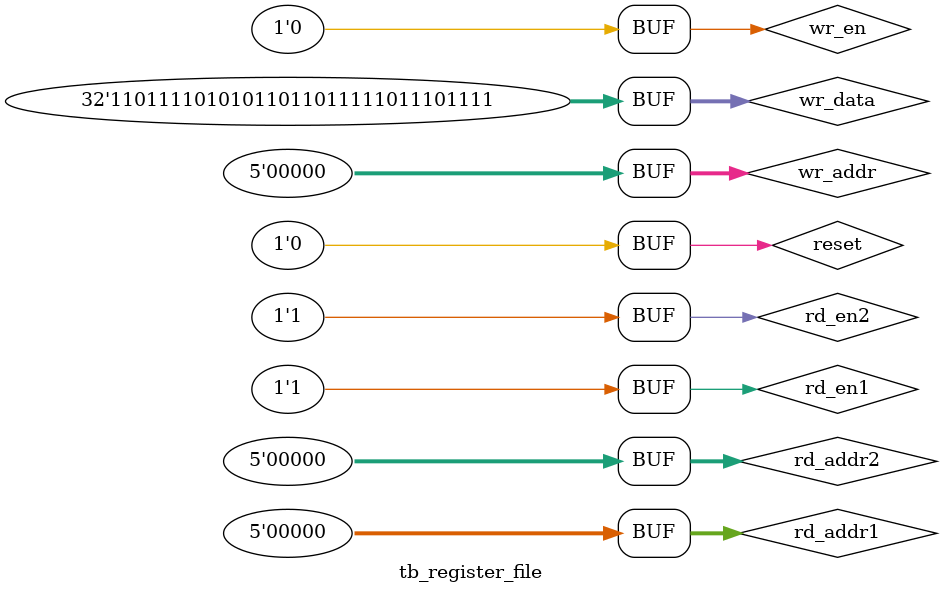
<source format=sv>
`include "register_file.sv"

module tb_register_file();
  reg reset;
  reg wr_en;
  reg [4:0] wr_addr;
  reg [31:0] wr_data;
  reg rd_en1;
  reg rd_en2;
  reg [4:0] rd_addr1;
  reg [4:0] rd_addr2;
  wire [31:0] rd_data1;
  wire [31:0] rd_data2;

  register_file uut(
    .reset(reset),
    .wr_en(wr_en),
    .wr_addr(wr_addr),
    .wr_data(wr_data),
    .rd_en1(rd_en1),
    .rd_en2(rd_en2),
    .rd_addr1(rd_addr1),
    .rd_addr2(rd_addr2),
    .rd_data1(rd_data1),
    .rd_data2(rd_data2)
  );

  initial begin
    reset = 1;
    wr_en = 0;
    wr_addr = 0;
    wr_data = 0;
    rd_en1 = 0;
    rd_en2 = 0;
    rd_addr1 = 0;
    rd_addr2 = 0;

    #1;

    reset = 0;
    wr_en = 1;
    wr_addr = 0;
    wr_data = 32'hdeadbeef;

    #1;

    wr_en = 0;
    rd_en1 = 1;
    rd_addr1 = 0;
    rd_en2 = 1;
    rd_addr2 = 0;

    #1;
  end

  initial begin
    $dumpfile("register_file.vcd");
    $dumpvars(0, tb_register_file);
  end

endmodule

</source>
